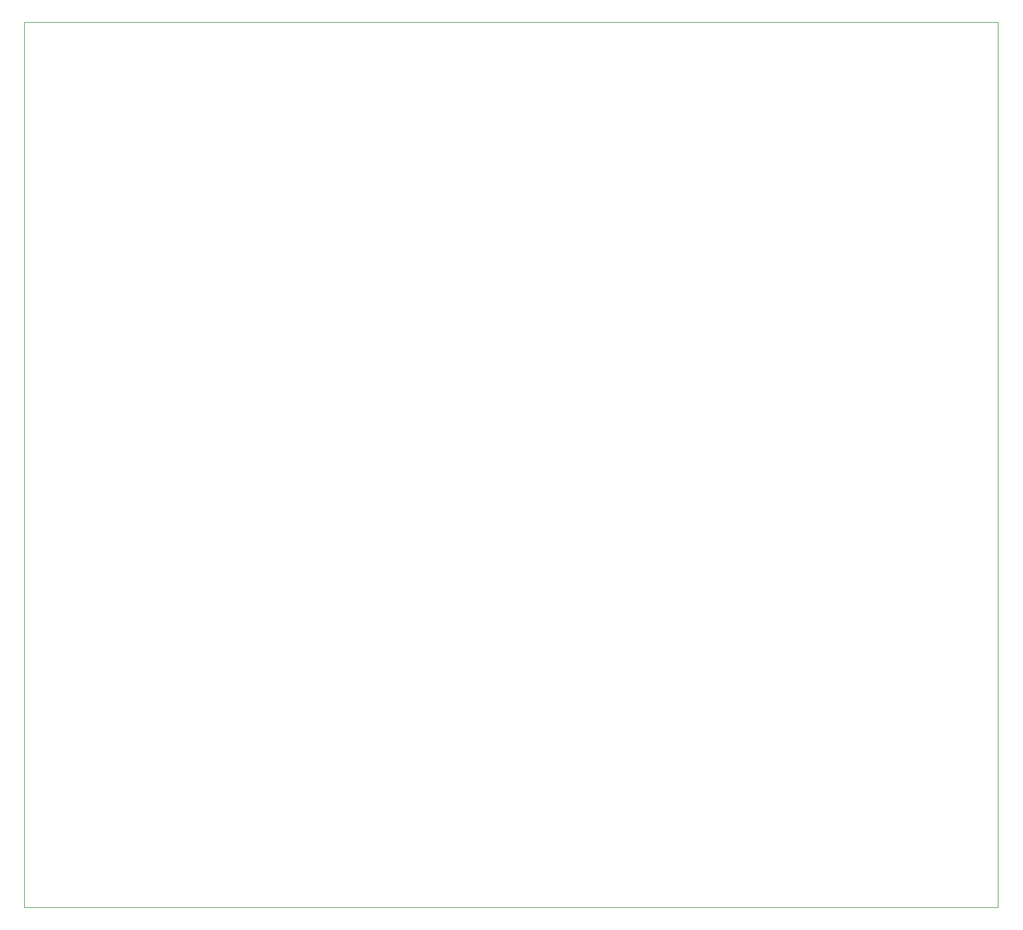
<source format=gbr>
G04 #@! TF.FileFunction,Profile,NP*
%FSLAX46Y46*%
G04 Gerber Fmt 4.6, Leading zero omitted, Abs format (unit mm)*
G04 Created by KiCad (PCBNEW 4.0.3+e1-6302~38~ubuntu14.04.1-stable) date Wed Aug 17 10:23:50 2016*
%MOMM*%
%LPD*%
G01*
G04 APERTURE LIST*
%ADD10C,0.100000*%
%ADD11C,0.150000*%
G04 APERTURE END LIST*
D10*
D11*
X304800000Y-16510000D02*
X304800000Y-270510000D01*
X25400000Y-16510000D02*
X25400000Y-270510000D01*
X25400000Y-270510000D02*
X304800000Y-270510000D01*
X25400000Y-16510000D02*
X304800000Y-16510000D01*
M02*

</source>
